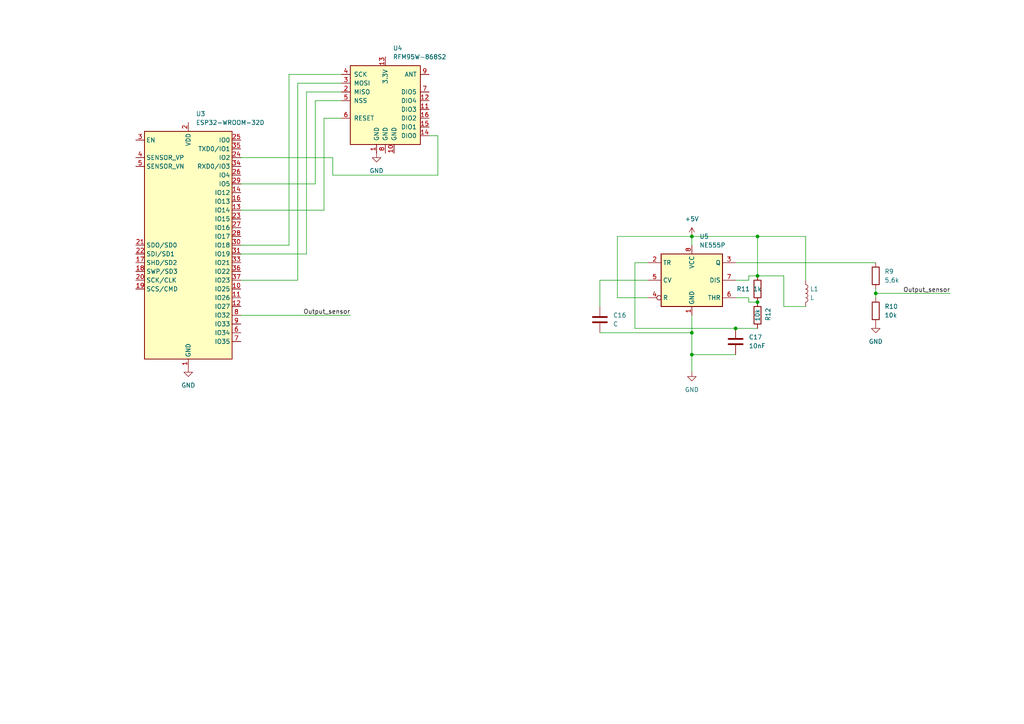
<source format=kicad_sch>
(kicad_sch (version 20231120) (generator "eeschema") (generator_version "8.0")
  (paper "A4")
  (lib_symbols
    (symbol "Device:C" (pin_numbers hide) (pin_names (offset 0.254))
      (property "Reference" "C" (at 0.635 2.54 0))
      (property "Value" "C" (at 0.635 -2.54 0))
      (symbol "C_0_1"
        (polyline (pts (xy -2.032 -0.762) (xy 2.032 -0.762)) (stroke (width 0.508)))
        (polyline (pts (xy -2.032 0.762) (xy 2.032 0.762)) (stroke (width 0.508)))
      )
      (symbol "C_1_1"
        (pin passive line (at 0 3.81 270) (length 2.794) (name "~") (number "1"))
        (pin passive line (at 0 -3.81 90) (length 2.794) (name "~") (number "2"))
      )
    )
    (symbol "Device:L" (pin_numbers hide) (pin_names (offset 1.016) hide)
      (property "Reference" "L" (at -1.27 0 90))
      (property "Value" "L" (at 1.905 0 90))
      (symbol "L_0_1"
        (arc (start 0 -2.54) (mid 0.6323 -1.905) (end 0 -1.27))
        (arc (start 0 -1.27) (mid 0.6323 -0.635) (end 0 0))
        (arc (start 0 0) (mid 0.6323 0.635) (end 0 1.27))
        (arc (start 0 1.27) (mid 0.6323 1.905) (end 0 2.54))
      )
      (symbol "L_1_1"
        (pin passive line (at 0 3.81 270) (length 1.27) (name "1") (number "1"))
        (pin passive line (at 0 -3.81 90) (length 1.27) (name "2") (number "2"))
      )
    )
    (symbol "Device:R" (pin_numbers hide) (pin_names (offset 0))
      (property "Reference" "R" (at 2.032 0 90))
      (property "Value" "R" (at 0 0 90))
      (symbol "R_0_1"
        (rectangle (start -1.016 -2.54) (end 1.016 2.54) (stroke (width 0.254)))
      )
      (symbol "R_1_1"
        (pin passive line (at 0 3.81 270) (length 1.27) (name "~") (number "1"))
        (pin passive line (at 0 -3.81 90) (length 1.27) (name "~") (number "2"))
      )
    )
    (symbol "RF_Module:ESP32-WROOM-32D"
      (property "Reference" "U" (at -12.7 34.29 0))
      (property "Value" "ESP32-WROOM-32D" (at 1.27 34.29 0))
      (symbol "ESP32-WROOM-32D_0_1"
        (rectangle (start -12.7 33.02) (end 12.7 -33.02) (stroke (width 0.254)) (fill (type background)))
      )
      (symbol "ESP32-WROOM-32D_1_1"
        (pin power_in line (at 0 -35.56 90) (length 2.54) (name "GND") (number "1"))
        (pin bidirectional line (at 15.24 -12.7 180) (length 2.54) (name "IO25") (number "10"))
        (pin bidirectional line (at 15.24 -15.24 180) (length 2.54) (name "IO26") (number "11"))
        (pin bidirectional line (at 15.24 -17.78 180) (length 2.54) (name "IO27") (number "12"))
        (pin bidirectional line (at 15.24 10.16 180) (length 2.54) (name "IO14") (number "13"))
        (pin bidirectional line (at 15.24 15.24 180) (length 2.54) (name "IO12") (number "14"))
        (pin passive line (at 0 -35.56 90) (length 2.54) hide (name "GND") (number "15"))
        (pin bidirectional line (at 15.24 12.7 180) (length 2.54) (name "IO13") (number "16"))
        (pin bidirectional line (at -15.24 -5.08 0) (length 2.54) (name "SHD/SD2") (number "17"))
        (pin bidirectional line (at -15.24 -7.62 0) (length 2.54) (name "SWP/SD3") (number "18"))
        (pin bidirectional line (at -15.24 -12.7 0) (length 2.54) (name "SCS/CMD") (number "19"))
        (pin power_in line (at 0 35.56 270) (length 2.54) (name "VDD") (number "2"))
        (pin bidirectional line (at -15.24 -10.16 0) (length 2.54) (name "SCK/CLK") (number "20"))
        (pin bidirectional line (at -15.24 0 0) (length 2.54) (name "SDO/SD0") (number "21"))
        (pin bidirectional line (at -15.24 -2.54 0) (length 2.54) (name "SDI/SD1") (number "22"))
        (pin bidirectional line (at 15.24 7.62 180) (length 2.54) (name "IO15") (number "23"))
        (pin bidirectional line (at 15.24 25.4 180) (length 2.54) (name "IO2") (number "24"))
        (pin bidirectional line (at 15.24 30.48 180) (length 2.54) (name "IO0") (number "25"))
        (pin bidirectional line (at 15.24 20.32 180) (length 2.54) (name "IO4") (number "26"))
        (pin bidirectional line (at 15.24 5.08 180) (length 2.54) (name "IO16") (number "27"))
        (pin bidirectional line (at 15.24 2.54 180) (length 2.54) (name "IO17") (number "28"))
        (pin bidirectional line (at 15.24 17.78 180) (length 2.54) (name "IO5") (number "29"))
        (pin input line (at -15.24 30.48 0) (length 2.54) (name "EN") (number "3"))
        (pin bidirectional line (at 15.24 0 180) (length 2.54) (name "IO18") (number "30"))
        (pin bidirectional line (at 15.24 -2.54 180) (length 2.54) (name "IO19") (number "31"))
        (pin no_connect line (at -12.7 -27.94 0) (length 2.54) hide (name "NC") (number "32"))
        (pin bidirectional line (at 15.24 -5.08 180) (length 2.54) (name "IO21") (number "33"))
        (pin bidirectional line (at 15.24 22.86 180) (length 2.54) (name "RXD0/IO3") (number "34"))
        (pin bidirectional line (at 15.24 27.94 180) (length 2.54) (name "TXD0/IO1") (number "35"))
        (pin bidirectional line (at 15.24 -7.62 180) (length 2.54) (name "IO22") (number "36"))
        (pin bidirectional line (at 15.24 -10.16 180) (length 2.54) (name "IO23") (number "37"))
        (pin passive line (at 0 -35.56 90) (length 2.54) hide (name "GND") (number "38"))
        (pin passive line (at 0 -35.56 90) (length 2.54) hide (name "GND") (number "39"))
        (pin input line (at -15.24 25.4 0) (length 2.54) (name "SENSOR_VP") (number "4"))
        (pin input line (at -15.24 22.86 0) (length 2.54) (name "SENSOR_VN") (number "5"))
        (pin input line (at 15.24 -25.4 180) (length 2.54) (name "IO34") (number "6"))
        (pin input line (at 15.24 -27.94 180) (length 2.54) (name "IO35") (number "7"))
        (pin bidirectional line (at 15.24 -20.32 180) (length 2.54) (name "IO32") (number "8"))
        (pin bidirectional line (at 15.24 -22.86 180) (length 2.54) (name "IO33") (number "9"))
      )
    )
    (symbol "RF_Module:RFM95W-868S2" (pin_names (offset 1.016))
      (property "Reference" "U" (at -10.414 11.684 0))
      (property "Value" "RFM95W-868S2" (at 1.524 11.43 0))
      (symbol "RFM95W-868S2_0_1"
        (rectangle (start -10.16 10.16) (end 10.16 -12.7) (stroke (width 0.254)) (fill (type background)))
      )
      (symbol "RFM95W-868S2_1_1"
        (pin power_in line (at -2.54 -15.24 90) (length 2.54) (name "GND") (number "1"))
        (pin power_in line (at 2.54 -15.24 90) (length 2.54) (name "GND") (number "10"))
        (pin bidirectional line (at 12.7 -2.54 180) (length 2.54) (name "DIO3") (number "11"))
        (pin bidirectional line (at 12.7 0 180) (length 2.54) (name "DIO4") (number "12"))
        (pin power_in line (at 0 12.7 270) (length 2.54) (name "3.3V") (number "13"))
        (pin bidirectional line (at 12.7 -10.16 180) (length 2.54) (name "DIO0") (number "14"))
        (pin bidirectional line (at 12.7 -7.62 180) (length 2.54) (name "DIO1") (number "15"))
        (pin bidirectional line (at 12.7 -5.08 180) (length 2.54) (name "DIO2") (number "16"))
        (pin output line (at -12.7 2.54 0) (length 2.54) (name "MISO") (number "2"))
        (pin input line (at -12.7 5.08 0) (length 2.54) (name "MOSI") (number "3"))
        (pin input line (at -12.7 7.62 0) (length 2.54) (name "SCK") (number "4"))
        (pin input line (at -12.7 0 0) (length 2.54) (name "NSS") (number "5"))
        (pin bidirectional line (at -12.7 -5.08 0) (length 2.54) (name "RESET") (number "6"))
        (pin bidirectional line (at 12.7 2.54 180) (length 2.54) (name "DIO5") (number "7"))
        (pin power_in line (at 0 -15.24 90) (length 2.54) (name "GND") (number "8"))
        (pin bidirectional line (at 12.7 7.62 180) (length 2.54) (name "ANT") (number "9"))
      )
    )
    (symbol "Timer:NE555P"
      (property "Reference" "U" (at -10.16 8.89 0))
      (property "Value" "NE555P" (at 2.54 8.89 0))
      (symbol "NE555P_0_0"
        (pin power_in line (at 0 -10.16 90) (length 2.54) (name "GND") (number "1"))
        (pin power_in line (at 0 10.16 270) (length 2.54) (name "VCC") (number "8"))
      )
      (symbol "NE555P_0_1"
        (rectangle (start -8.89 -7.62) (end 8.89 7.62) (stroke (width 0.254)) (fill (type background)))
        (rectangle (start -8.89 -7.62) (end 8.89 7.62) (stroke (width 0.254)) (fill (type background)))
      )
      (symbol "NE555P_1_1"
        (pin input line (at -12.7 5.08 0) (length 3.81) (name "TR") (number "2"))
        (pin output line (at 12.7 5.08 180) (length 3.81) (name "Q") (number "3"))
        (pin input inverted (at -12.7 -5.08 0) (length 3.81) (name "R") (number "4"))
        (pin input line (at -12.7 0 0) (length 3.81) (name "CV") (number "5"))
        (pin input line (at 12.7 -5.08 180) (length 3.81) (name "THR") (number "6"))
        (pin input line (at 12.7 0 180) (length 3.81) (name "DIS") (number "7"))
      )
    )
    (symbol "power:+5V" (power) (pin_numbers hide) (pin_names (offset 0) hide)
      (property "Value" "+5V" (at 0 3.556 0))
      (symbol "+5V_0_1"
        (polyline (pts (xy -0.762 1.27) (xy 0 2.54)))
        (polyline (pts (xy 0 0) (xy 0 2.54)))
        (polyline (pts (xy 0 2.54) (xy 0.762 1.27)))
      )
      (symbol "+5V_1_1"
        (pin power_in line (at 0 0 90) (length 0) (name "~") (number "1"))
      )
    )
    (symbol "power:GND" (power) (pin_numbers hide) (pin_names (offset 0) hide)
      (property "Value" "GND" (at 0 -3.81 0))
      (symbol "GND_0_1"
        (polyline (pts (xy 0 0) (xy 0 -1.27) (xy 1.27 -1.27) (xy 0 -2.54) (xy -1.27 -1.27) (xy 0 -1.27)))
      )
      (symbol "GND_1_1"
        (pin power_in line (at 0 0 270) (length 0) (name "~") (number "1"))
      )
    )
  )
  (junction (at 200.66 68.58))
  (junction (at 219.71 68.58))
  (junction (at 200.66 102.87))
  (junction (at 219.71 80.01))
  (junction (at 254 85.09))
  (junction (at 200.66 96.52))
  (junction (at 219.71 87.63))
  (junction (at 213.36 95.25))
  (wire (pts (xy 179.07 68.58) (xy 200.66 68.58)))
  (wire (pts (xy 96.52 45.72) (xy 96.52 50.8)))
  (wire (pts (xy 184.15 95.25) (xy 213.36 95.25)))
  (wire (pts (xy 93.98 34.29) (xy 99.06 34.29)))
  (wire (pts (xy 219.71 68.58) (xy 219.71 80.01)))
  (wire (pts (xy 69.85 60.96) (xy 93.98 60.96)))
  (wire (pts (xy 213.36 95.25) (xy 219.71 95.25)))
  (wire (pts (xy 233.68 68.58) (xy 233.68 81.28)))
  (wire (pts (xy 96.52 50.8) (xy 127 50.8)))
  (wire (pts (xy 213.36 86.36) (xy 217.17 86.36)))
  (wire (pts (xy 217.17 86.36) (xy 217.17 87.63)))
  (wire (pts (xy 69.85 71.12) (xy 83.82 71.12)))
  (wire (pts (xy 69.85 53.34) (xy 91.44 53.34)))
  (wire (pts (xy 254 83.82) (xy 254 85.09)))
  (wire (pts (xy 200.66 68.58) (xy 219.71 68.58)))
  (wire (pts (xy 200.66 102.87) (xy 200.66 96.52)))
  (wire (pts (xy 91.44 53.34) (xy 91.44 29.21)))
  (wire (pts (xy 83.82 21.59) (xy 99.06 21.59)))
  (wire (pts (xy 213.36 76.2) (xy 254 76.2)))
  (wire (pts (xy 127 50.8) (xy 127 39.37)))
  (wire (pts (xy 69.85 81.28) (xy 86.36 81.28)))
  (wire (pts (xy 69.85 45.72) (xy 96.52 45.72)))
  (wire (pts (xy 233.68 88.9) (xy 227.33 88.9)))
  (wire (pts (xy 91.44 29.21) (xy 99.06 29.21)))
  (wire (pts (xy 86.36 81.28) (xy 86.36 24.13)))
  (wire (pts (xy 83.82 71.12) (xy 83.82 21.59)))
  (wire (pts (xy 217.17 80.01) (xy 219.71 80.01)))
  (wire (pts (xy 69.85 73.66) (xy 88.9 73.66)))
  (wire (pts (xy 86.36 24.13) (xy 99.06 24.13)))
  (wire (pts (xy 187.96 76.2) (xy 184.15 76.2)))
  (wire (pts (xy 254 85.09) (xy 254 86.36)))
  (wire (pts (xy 187.96 86.36) (xy 179.07 86.36)))
  (wire (pts (xy 254 85.09) (xy 275.59 85.09)))
  (wire (pts (xy 184.15 76.2) (xy 184.15 95.25)))
  (wire (pts (xy 179.07 86.36) (xy 179.07 68.58)))
  (wire (pts (xy 219.71 68.58) (xy 233.68 68.58)))
  (wire (pts (xy 227.33 80.01) (xy 219.71 80.01)))
  (wire (pts (xy 88.9 73.66) (xy 88.9 26.67)))
  (wire (pts (xy 93.98 60.96) (xy 93.98 34.29)))
  (wire (pts (xy 69.85 91.44) (xy 101.6 91.44)))
  (wire (pts (xy 200.66 107.95) (xy 200.66 102.87)))
  (wire (pts (xy 213.36 81.28) (xy 217.17 81.28)))
  (wire (pts (xy 217.17 81.28) (xy 217.17 80.01)))
  (wire (pts (xy 200.66 96.52) (xy 200.66 91.44)))
  (wire (pts (xy 173.99 81.28) (xy 173.99 88.9)))
  (wire (pts (xy 217.17 87.63) (xy 219.71 87.63)))
  (wire (pts (xy 127 39.37) (xy 124.46 39.37)))
  (wire (pts (xy 227.33 80.01) (xy 227.33 88.9)))
  (wire (pts (xy 200.66 68.58) (xy 200.66 71.12)))
  (wire (pts (xy 88.9 26.67) (xy 99.06 26.67)))
  (wire (pts (xy 173.99 96.52) (xy 200.66 96.52)))
  (wire (pts (xy 187.96 81.28) (xy 173.99 81.28)))
  (wire (pts (xy 200.66 102.87) (xy 213.36 102.87)))
  (label "Output_sensor" (at 101.6 91.44 180))
  (label "Output_sensor" (at 275.59 85.09 180))
  (symbol (lib_id "power:GND") (at 109.22 44.45 0) (unit 1)
    (property "Reference" "#PWR011" (effects (hide yes)))
    (property "Value" "GND" (at 109.22 49.53 0))
    (property "Description" "Power symbol creates a global label with name \"GND\" , ground" (effects (hide yes)))
  )
  (symbol (lib_id "Device:R") (at 219.71 91.44 180) (unit 1)
    (property "Reference" "R12" (at 222.758 91.186 90))
    (property "Value" "10k" (at 219.71 91.44 90))
    (property "Description" "Resistor" (effects (hide yes)))
  )
  (symbol (lib_id "Timer:NE555P") (at 200.66 81.28 0) (unit 1)
    (property "Reference" "U5" (at 202.8541 68.58 0) (effects (justify left)))
    (property "Value" "NE555P" (at 202.8541 71.12 0) (effects (justify left)))
    (property "Footprint" "Package_DIP:DIP-8_W7.62mm" (effects (hide yes)))
    (property "Datasheet" "http://www.ti.com/lit/ds/symlink/ne555.pdf" (effects (hide yes)))
    (property "Description" "Precision Timers, 555 compatible,  PDIP-8" (effects (hide yes)))
  )
  (symbol (lib_id "Device:C") (at 213.36 99.06 0) (unit 1)
    (property "Reference" "C17" (at 217.17 97.7899 0) (effects (justify left)))
    (property "Value" "10nF" (at 217.17 100.3299 0) (effects (justify left)))
    (property "Description" "Unpolarized capacitor" (effects (hide yes)))
  )
  (symbol (lib_id "Device:L") (at 233.68 85.09 0) (unit 1)
    (property "Reference" "L1" (at 234.95 83.8199 0) (effects (justify left)))
    (property "Value" "L" (at 234.95 86.3599 0) (effects (justify left)))
    (property "Description" "Inductor" (effects (hide yes)))
  )
  (symbol (lib_id "Device:R") (at 254 90.17 0) (unit 1)
    (property "Reference" "R10" (at 256.54 88.8999 0) (effects (justify left)))
    (property "Value" "10k" (at 256.54 91.4399 0) (effects (justify left)))
    (property "Description" "Resistor" (effects (hide yes)))
  )
  (symbol (lib_id "Device:C") (at 173.99 92.71 0) (unit 1)
    (property "Reference" "C16" (at 177.8 91.4399 0) (effects (justify left)))
    (property "Value" "C" (at 177.8 93.9799 0) (effects (justify left)))
    (property "Description" "Unpolarized capacitor" (effects (hide yes)))
  )
  (symbol (lib_id "power:GND") (at 200.66 107.95 0) (unit 1)
    (property "Reference" "#PWR013" (effects (hide yes)))
    (property "Value" "GND" (at 200.66 113.03 0))
    (property "Description" "Power symbol creates a global label with name \"GND\" , ground" (effects (hide yes)))
  )
  (symbol (lib_id "Device:R") (at 219.71 83.82 0) (unit 1)
    (property "Reference" "R11" (at 213.614 83.82 0) (effects (justify left)))
    (property "Value" "1k" (at 218.44 83.82 0) (effects (justify left)))
    (property "Description" "Resistor" (effects (hide yes)))
  )
  (symbol (lib_id "Device:R") (at 254 80.01 0) (unit 1)
    (property "Reference" "R9" (at 256.54 78.7399 0) (effects (justify left)))
    (property "Value" "5,6k" (at 256.54 81.2799 0) (effects (justify left)))
    (property "Description" "Resistor" (effects (hide yes)))
  )
  (symbol (lib_id "RF_Module:RFM95W-868S2") (at 111.76 29.21 0) (unit 1)
    (property "Reference" "U4" (at 113.9541 13.97 0) (effects (justify left)))
    (property "Value" "RFM95W-868S2" (at 113.9541 16.51 0) (effects (justify left)))
    (property "Datasheet" "https://www.hoperf.com/data/upload/portal/20181127/5bfcbea20e9ef.pdf" (effects (hide yes)))
    (property "Description" "Low power long range transceiver module, SPI and parallel interface, 868 MHz, spreading factor 6 to12, bandwidth 7.8 to 500kHz, -111 to -148 dBm, SMD-16, DIP-16" (effects (hide yes)))
  )
  (symbol (lib_id "power:GND") (at 254 93.98 0) (unit 1)
    (property "Reference" "#PWR015" (effects (hide yes)))
    (property "Value" "GND" (at 254 99.06 0))
    (property "Description" "Power symbol creates a global label with name \"GND\" , ground" (effects (hide yes)))
  )
  (symbol (lib_id "power:+5V") (at 200.66 68.58 0) (unit 1)
    (property "Reference" "#PWR014" (effects (hide yes)))
    (property "Value" "+5V" (at 200.66 63.5 0))
    (property "Description" "Power symbol creates a global label with name \"+5V\"" (effects (hide yes)))
  )
  (symbol (lib_id "RF_Module:ESP32-WROOM-32D") (at 54.61 71.12 0) (unit 1)
    (property "Reference" "U3" (at 56.8041 33.02 0) (effects (justify left)))
    (property "Value" "ESP32-WROOM-32D" (at 56.8041 35.56 0) (effects (justify left)))
    (property "Footprint" "RF_Module:ESP32-WROOM-32D" (effects (hide yes)))
    (property "Datasheet" "https://www.espressif.com/sites/default/files/documentation/esp32-wroom-32d_esp32-wroom-32u_datasheet_en.pdf" (effects (hide yes)))
    (property "Description" "RF Module, ESP32-D0WD SoC, Wi-Fi 802.11b/g/n, Bluetooth, BLE, 32-bit, 2.7-3.6V, onboard antenna, SMD" (effects (hide yes)))
  )
  (symbol (lib_id "power:GND") (at 54.61 106.68 0) (unit 1)
    (property "Reference" "#PWR012" (effects (hide yes)))
    (property "Value" "GND" (at 54.61 111.76 0))
    (property "Description" "Power symbol creates a global label with name \"GND\" , ground" (effects (hide yes)))
  )
)
</source>
